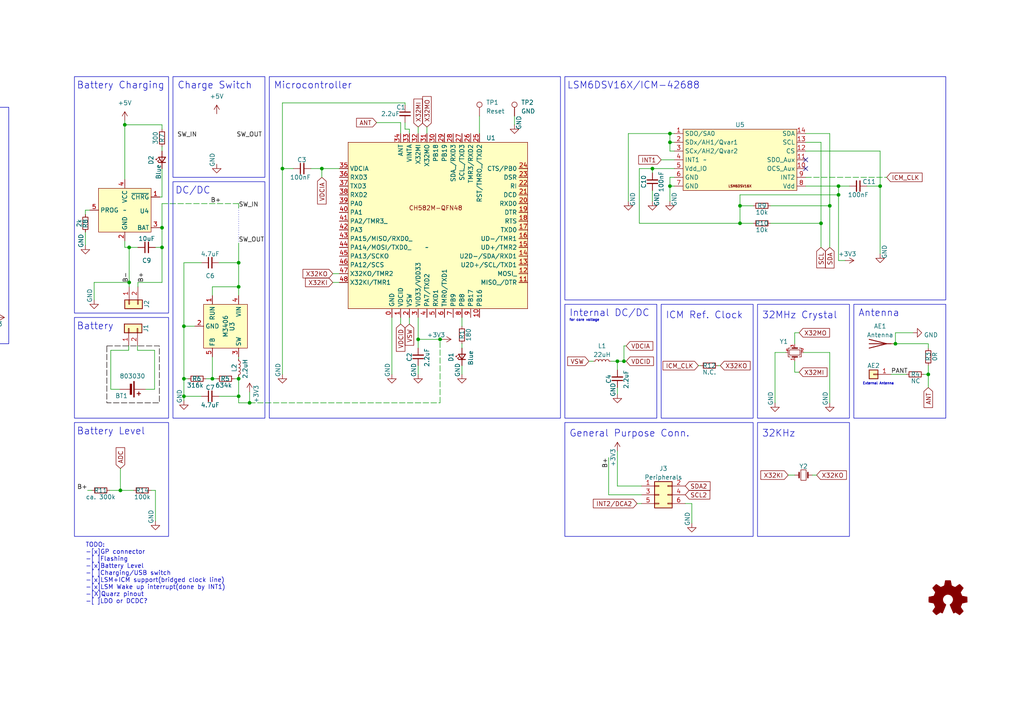
<source format=kicad_sch>
(kicad_sch (version 20230121) (generator eeschema)
  (paper "A4")
  (title_block (title "CH582 803030 I2C") (date "2023-08-04") (comment 2 "http://www.apache.org/licenses/") (comment 3 "License: Apache 2.0") (comment 4 "Marek Wehning 2023"))
  (lib_symbols
    (symbol "Connector:TestPoint" (pin_numbers hide) (pin_names (offset 0.762) hide)
      (property "Reference" "TP" (at 0 6.858 0))
      (property "Value" "TestPoint" (at 0 5.08 0))
      (symbol "TestPoint_1_1"
        (pin passive line (at 0 0 90) (length 2.54) (name "1") (number "1"))
      )
    )
    (symbol "Connector_Generic:Conn_01x01" (pin_names (offset 1.016) hide)
      (property "Reference" "J" (at 0 2.54 0))
      (property "Value" "Conn_01x01" (at 0 -2.54 0))
      (symbol "Conn_01x01_1_1"
        (pin passive line (at -5.08 0 0) (length 3.81) (name "Pin_1") (number "1"))
      )
    )
    (symbol "Connector_Generic:Conn_01x02" (pin_names (offset 1.016) hide)
      (property "Reference" "J" (at 0 2.54 0))
      (property "Value" "Conn_01x02" (at 0 -5.08 0))
      (symbol "Conn_01x02_1_1"
        (pin passive line (at -5.08 0 0) (length 3.81) (name "Pin_1") (number "1"))
        (pin passive line (at -5.08 -2.54 0) (length 3.81) (name "Pin_2") (number "2"))
      )
    )
    (symbol "Connector_Generic:Conn_02x03_Odd_Even" (pin_names (offset 1.016) hide)
      (property "Reference" "J" (at 1.27 5.08 0))
      (property "Value" "Conn_02x03_Odd_Even" (at 1.27 -5.08 0))
      (symbol "Conn_02x03_Odd_Even_1_1"
        (pin passive line (at -5.08 2.54 0) (length 3.81) (name "Pin_1") (number "1"))
        (pin passive line (at 7.62 2.54 180) (length 3.81) (name "Pin_2") (number "2"))
        (pin passive line (at -5.08 0 0) (length 3.81) (name "Pin_3") (number "3"))
        (pin passive line (at 7.62 0 180) (length 3.81) (name "Pin_4") (number "4"))
        (pin passive line (at -5.08 -2.54 0) (length 3.81) (name "Pin_5") (number "5"))
        (pin passive line (at 7.62 -2.54 180) (length 3.81) (name "Pin_6") (number "6"))
      )
    )
    (symbol "Custom:CH582M"
      (property "Reference" "U" (at 0 0 0))
      (symbol "CH582M_1_1"
        (text "CH582M-QFN48" (at 0 5.08 0) (effects (font (size 1.27 1.27))))
        (pin passive line (at -12.7 -26.67 90) (length 2.54) (name "GND") (number "0"))
        (pin passive line (at -10.16 -26.67 90) (length 2.54) (name "VDCID") (number "1"))
        (pin passive line (at 12.7 -26.67 90) (length 2.54) (name "PB16") (number "10"))
        (pin passive line (at 26.67 -16.51 180) (length 2.54) (name "MISO_/DTR") (number "11"))
        (pin passive line (at 26.67 -13.97 180) (length 2.54) (name "MOSI_") (number "12"))
        (pin passive line (at 26.67 -11.43 180) (length 2.54) (name "U2D+/SCL/TXD1") (number "13"))
        (pin passive line (at 26.67 -8.89 180) (length 2.54) (name "U2D-/SDA/RXD1") (number "14"))
        (pin passive line (at 26.67 -6.35 180) (length 2.54) (name "UD+/TMR2") (number "15"))
        (pin passive line (at 26.67 -3.81 180) (length 2.54) (name "UD-/TMR1") (number "16"))
        (pin passive line (at 26.67 -1.27 180) (length 2.54) (name "TXD0") (number "17"))
        (pin passive line (at 26.67 1.27 180) (length 2.54) (name "RTS") (number "18"))
        (pin passive line (at 26.67 3.81 180) (length 2.54) (name "DTR") (number "19"))
        (pin passive line (at -7.62 -26.67 90) (length 2.54) (name "VSW") (number "2"))
        (pin passive line (at 26.67 6.35 180) (length 2.54) (name "RXD0") (number "20"))
        (pin passive line (at 26.67 8.89 180) (length 2.54) (name "DCD") (number "21"))
        (pin passive line (at 26.67 11.43 180) (length 2.54) (name "RI") (number "22"))
        (pin passive line (at 26.67 13.97 180) (length 2.54) (name "DSR") (number "23"))
        (pin passive line (at 26.67 16.51 180) (length 2.54) (name "CTS/PB0") (number "24"))
        (pin passive line (at 12.7 26.67 270) (length 2.54) (name "RST/TMRO_/TXD2") (number "25"))
        (pin passive line (at 10.16 26.67 270) (length 2.54) (name "TMR3/RXD2") (number "26"))
        (pin passive line (at 7.62 26.67 270) (length 2.54) (name "SCL_/TXD3") (number "27"))
        (pin passive line (at 5.08 26.67 270) (length 2.54) (name "SDA_/RXD3") (number "28"))
        (pin passive line (at 2.54 26.67 270) (length 2.54) (name "PB19") (number "29"))
        (pin passive line (at -5.08 -26.67 90) (length 2.54) (name "VIO33/VDD33") (number "3"))
        (pin passive line (at 0 26.67 270) (length 2.54) (name "PB18") (number "30"))
        (pin passive line (at -2.54 26.67 270) (length 2.54) (name "X32MO") (number "31"))
        (pin passive line (at -5.08 26.67 270) (length 2.54) (name "X32MI") (number "32"))
        (pin passive line (at -7.62 26.67 270) (length 2.54) (name "VINTA") (number "33"))
        (pin passive line (at -10.16 26.67 270) (length 2.54) (name "ANT") (number "34"))
        (pin passive line (at -27.94 16.51 0) (length 2.54) (name "VDCIA") (number "35"))
        (pin passive line (at -27.94 13.97 0) (length 2.54) (name "RXD3") (number "36"))
        (pin passive line (at -27.94 11.43 0) (length 2.54) (name "TXD3") (number "37"))
        (pin passive line (at -27.94 8.89 0) (length 2.54) (name "RXD2") (number "38"))
        (pin passive line (at -27.94 6.35 0) (length 2.54) (name "PA0") (number "39"))
        (pin passive line (at -2.54 -26.67 90) (length 2.54) (name "PA7/TXD2") (number "4"))
        (pin passive line (at -27.94 3.81 0) (length 2.54) (name "PA1") (number "40"))
        (pin passive line (at -27.94 1.27 0) (length 2.54) (name "PA2/TMR3_") (number "41"))
        (pin passive line (at -27.94 -1.27 0) (length 2.54) (name "PA3") (number "42"))
        (pin passive line (at -27.94 -3.81 0) (length 2.54) (name "PA15/MISO/RXD0_") (number "43"))
        (pin passive line (at -27.94 -6.35 0) (length 2.54) (name "PA14/MOSI/TXD0_") (number "44"))
        (pin passive line (at -27.94 -8.89 0) (length 2.54) (name "PA13/SCKO") (number "45"))
        (pin passive line (at -27.94 -11.43 0) (length 2.54) (name "PA12/SCS") (number "46"))
        (pin passive line (at -27.94 -13.97 0) (length 2.54) (name "X32KO/TMR2") (number "47"))
        (pin passive line (at -27.94 -16.51 0) (length 2.54) (name "X32KI/TMR1") (number "48"))
        (pin passive line (at 0 -26.67 90) (length 2.54) (name "RXD1") (number "5"))
        (pin passive line (at 2.54 -26.67 90) (length 2.54) (name "TMR0/TXD1") (number "6"))
        (pin passive line (at 5.08 -26.67 90) (length 2.54) (name "PB9") (number "7"))
        (pin passive line (at 7.62 -26.67 90) (length 2.54) (name "PB8") (number "8"))
        (pin passive line (at 10.16 -26.67 90) (length 2.54) (name "PB17") (number "9"))
      )
    )
    (symbol "Custom:LSM6DSV16X"
      (property "Reference" "U" (at 0 0 0))
      (symbol "LSM6DSV16X_1_1"
        (text "LSM6DSV16X\n" (at 0 -7.62 0) (effects (font (size 0.7 0.7))))
        (pin passive line (at -19.05 7.62 0) (length 2.54) (name "SDO/SA0") (number "1"))
        (pin passive line (at 19.05 -2.54 180) (length 2.54) (name "OCS_Aux") (number "10"))
        (pin passive line (at 19.05 0 180) (length 2.54) (name "SDO_Aux") (number "11"))
        (pin passive line (at 19.05 2.54 180) (length 2.54) (name "CS") (number "12"))
        (pin passive line (at 19.05 5.08 180) (length 2.54) (name "SCL") (number "13"))
        (pin passive line (at 19.05 7.62 180) (length 2.54) (name "SDA") (number "14"))
        (pin passive line (at -19.05 5.08 0) (length 2.54) (name "SDx/AH1/Qvar1") (number "2"))
        (pin passive line (at -19.05 2.54 0) (length 2.54) (name "SCx/AH2/Qvar2") (number "3"))
        (pin passive line (at -19.05 0 0) (length 2.54) (name "INT1") (number "4"))
        (pin passive line (at -19.05 -2.54 0) (length 2.54) (name "Vdd_IO") (number "5"))
        (pin passive line (at -19.05 -5.08 0) (length 2.54) (name "GND") (number "6"))
        (pin passive line (at -19.05 -7.62 0) (length 2.54) (name "GND") (number "7"))
        (pin passive line (at 19.05 -7.62 180) (length 2.54) (name "Vdd") (number "8"))
        (pin passive line (at 19.05 -5.08 180) (length 2.54) (name "INT2") (number "9"))
      )
    )
    (symbol "Custom:M3406"
      (property "Reference" "U" (at 0 1.27 0))
      (symbol "M3406_1_1"
        (pin input line (at -8.89 -3.81 0) (length 2.54) (name "RUN") (number "1"))
        (pin power_in line (at 0 -8.89 90) (length 2.54) (name "GND") (number "2"))
        (pin passive line (at 8.89 3.81 180) (length 2.54) (name "SW") (number "3"))
        (pin power_in line (at -8.89 3.81 0) (length 2.54) (name "VIN") (number "4"))
        (pin passive line (at 8.89 -3.81 180) (length 2.54) (name "FB") (number "5"))
      )
    )
    (symbol "Custom:PJ4054B"
      (property "Reference" "U" (at 0 0 0))
      (symbol "PJ4054B_1_1"
        (pin output line (at 10.16 3.81 180) (length 2.54) (name "~{CHRG}") (number "1"))
        (pin power_in line (at 0 -8.89 90) (length 2.54) (name "GND") (number "2"))
        (pin power_out line (at 10.16 -5.08 180) (length 2.54) (name "BAT") (number "3"))
        (pin power_in line (at 0 8.89 270) (length 2.54) (name "VCC") (number "4"))
        (pin bidirectional line (at -10.16 0 0) (length 2.54) (name "PROG") (number "5"))
      )
    )
    (symbol "Custom:XC6220B331QR-G"
      (property "Reference" "U" (at 0 8.89 0))
      (property "Value" "XC6220B331QR-G" (at 0 6.35 0))
      (symbol "XC6220B331QR-G_0_0"
        (pin no_connect line (at -2.54 -10.16 90) (length 5.08) hide (name "NC") (number "6"))
        (pin power_out line (at -12.7 2.54 0) (length 5.08) (name "VIN") (number "7"))
        (pin power_out line (at -12.7 2.54 0) (length 5.08) hide (name "VIN") (number "8"))
        (pin passive line (at 0 -10.16 90) (length 5.08) hide (name "Thermal") (number "9"))
      )
      (symbol "XC6220B331QR-G_1_1"
        (pin power_out line (at 12.7 2.54 180) (length 5.08) (name "VOUT") (number "1"))
        (pin power_out line (at 12.7 2.54 180) (length 5.08) hide (name "VOUT") (number "2"))
        (pin no_connect line (at 2.54 -10.16 90) (length 5.08) hide (name "NC") (number "3"))
        (pin power_in line (at 0 -10.16 90) (length 5.08) (name "GND") (number "4"))
        (pin input line (at -12.7 -2.54 0) (length 5.08) (name "CE") (number "5"))
      )
    )
    (symbol "Device:Antenna" (pin_numbers hide) (pin_names (offset 1.016) hide)
      (property "Reference" "AE" (at -1.905 1.905 0))
      (property "Value" "Antenna" (at -1.905 0 0))
      (symbol "Antenna_1_1"
        (pin input line (at 0 -5.08 90) (length 2.54) (name "A") (number "1"))
      )
    )
    (symbol "Device:Battery_Cell" (pin_numbers hide) (pin_names (offset 0) hide)
      (property "Reference" "BT" (at 2.54 2.54 0))
      (property "Value" "Battery_Cell" (at 2.54 0 0))
      (symbol "Battery_Cell_1_1"
        (pin passive line (at 0 5.08 270) (length 2.54) (name "+") (number "1"))
        (pin passive line (at 0 -2.54 90) (length 2.54) (name "-") (number "2"))
      )
    )
    (symbol "Device:C_Small" (pin_numbers hide) (pin_names (offset 0.254) hide)
      (property "Reference" "C" (at 0.254 1.778 0))
      (property "Value" "C_Small" (at 0.254 -2.032 0))
      (symbol "C_Small_1_1"
        (pin passive line (at 0 2.54 270) (length 2.032) (name "~") (number "1"))
        (pin passive line (at 0 -2.54 90) (length 2.032) (name "~") (number "2"))
      )
    )
    (symbol "Device:Crystal_GND24_Small" (pin_names (offset 1.016) hide)
      (property "Reference" "Y" (at 1.27 4.445 0))
      (property "Value" "Crystal_GND24_Small" (at 1.27 2.54 0))
      (symbol "Crystal_GND24_Small_1_1"
        (pin passive line (at -2.54 0 0) (length 1.27) (name "1") (number "1"))
        (pin passive line (at 0 -2.54 90) (length 0.635) (name "2") (number "2"))
        (pin passive line (at 2.54 0 180) (length 1.27) (name "3") (number "3"))
        (pin passive line (at 0 2.54 270) (length 0.635) (name "4") (number "4"))
      )
    )
    (symbol "Device:Crystal_Small" (pin_numbers hide) (pin_names (offset 1.016) hide)
      (property "Reference" "Y" (at 0 2.54 0))
      (property "Value" "Crystal_Small" (at 0 -2.54 0))
      (symbol "Crystal_Small_1_1"
        (pin passive line (at -2.54 0 0) (length 1.27) (name "1") (number "1"))
        (pin passive line (at 2.54 0 180) (length 1.27) (name "2") (number "2"))
      )
    )
    (symbol "Device:LED_Small" (pin_numbers hide) (pin_names (offset 0.254) hide)
      (property "Reference" "D" (at -1.27 3.175 0))
      (property "Value" "LED_Small" (at -4.445 -2.54 0))
      (symbol "LED_Small_1_1"
        (pin passive line (at -2.54 0 0) (length 1.778) (name "K") (number "1"))
        (pin passive line (at 2.54 0 180) (length 1.778) (name "A") (number "2"))
      )
    )
    (symbol "Device:L_Small" (pin_numbers hide) (pin_names (offset 0.254) hide)
      (property "Reference" "L" (at 0.762 1.016 0))
      (property "Value" "L_Small" (at 0.762 -1.016 0))
      (symbol "L_Small_1_1"
        (pin passive line (at 0 2.54 270) (length 0.508) (name "~") (number "1"))
        (pin passive line (at 0 -2.54 90) (length 0.508) (name "~") (number "2"))
      )
    )
    (symbol "Device:R" (pin_numbers hide) (pin_names (offset 0))
      (property "Reference" "R" (at 2.032 0 90))
      (property "Value" "R" (at 0 0 90))
      (symbol "R_1_1"
        (pin passive line (at 0 3.81 270) (length 1.27) (name "~") (number "1"))
        (pin passive line (at 0 -3.81 90) (length 1.27) (name "~") (number "2"))
      )
    )
    (symbol "Device:R_Small" (pin_numbers hide) (pin_names (offset 0.254) hide)
      (property "Reference" "R" (at 0.762 0.508 0))
      (property "Value" "R_Small" (at 0.762 -1.016 0))
      (symbol "R_Small_1_1"
        (pin passive line (at 0 2.54 270) (length 0.762) (name "~") (number "1"))
        (pin passive line (at 0 -2.54 90) (length 0.762) (name "~") (number "2"))
      )
    )
    (symbol "Graphic:Logo_Open_Hardware_Small" (in_bom no) (on_board no))
    (symbol "Switch:SW_DIP_x01" (pin_names (offset 0) hide)
      (property "Reference" "SW" (at 0 3.81 0))
      (property "Value" "SW_DIP_x01" (at 0 -3.81 0))
      (symbol "SW_DIP_x01_1_1"
        (pin passive line (at -7.62 0 0) (length 5.08) (name "~") (number "1"))
        (pin passive line (at 7.62 0 180) (length 5.08) (name "~") (number "2"))
      )
    )
    (symbol "power:+3.3V" (power) (pin_names (offset 0))
      (property "Value" "+3.3V" (at 0 3.556 0))
      (symbol "+3.3V_1_1"
        (pin power_in line (at 0 0 90) (length 0) hide (name "+3V3") (number "1"))
      )
    )
    (symbol "power:+3V3" (power) (pin_names (offset 0))
      (property "Value" "+3V3" (at 0 3.556 0))
      (symbol "+3V3_1_1"
        (pin power_in line (at 0 0 90) (length 0) hide (name "+3V3") (number "1"))
      )
    )
    (symbol "power:+5V" (power) (pin_names (offset 0))
      (property "Value" "+5V" (at 0 3.556 0))
      (symbol "+5V_1_1"
        (pin power_in line (at 0 0 90) (length 0) hide (name "+5V") (number "1"))
      )
    )
    (symbol "power:GND" (power) (pin_names (offset 0))
      (property "Value" "GND" (at 0 -3.81 0))
      (symbol "GND_1_1"
        (pin power_in line (at 0 0 270) (length 0) hide (name "GND") (number "1"))
      )
    )
  )
  (junction (at 180.975 104.775))
  (junction (at 46.99 71.755))
  (junction (at 194.31 41.275))
  (junction (at -6.35 92.075))
  (junction (at 69.215 83.185))
  (junction (at 37.465 81.915))
  (junction (at 255.27 53.975))
  (junction (at 72.39 116.84))
  (junction (at -6.35 53.975))
  (junction (at 189.23 48.895))
  (junction (at 93.345 48.895))
  (junction (at 179.07 104.775))
  (junction (at 46.99 66.04))
  (junction (at 69.215 76.2))
  (junction (at 214.63 59.69))
  (junction (at 127.635 98.425))
  (junction (at 34.925 142.24))
  (junction (at 194.31 38.735))
  (junction (at 214.63 64.77))
  (junction (at -19.05 76.2))
  (junction (at 121.285 98.425))
  (junction (at -11.43 53.975))
  (junction (at 269.24 108.585))
  (junction (at 259.715 99.695))
  (junction (at 81.915 48.895))
  (junction (at 243.205 53.975))
  (junction (at 53.34 109.855))
  (junction (at 194.31 53.975))
  (junction (at 238.125 64.77))
  (junction (at 69.215 114.935))
  (junction (at 61.595 109.855))
  (junction (at 69.215 109.855))
  (junction (at 53.34 114.935))
  (junction (at 36.195 36.195))
  (junction (at 243.205 56.515))
  (junction (at 53.34 94.615))
  (junction (at -19.05 92.075))
  (junction (at 37.465 71.755))
  (junction (at 240.665 59.69))
  (no_connect (at 233.68 46.355))
  (no_connect (at 233.68 48.895))
  (wire (pts (xy 61.595 103.505) (xy 61.595 109.855)))
  (wire (pts (xy 32.131 112.903) (xy 32.131 101.6)))
  (wire (pts (xy 127.635 98.425) (xy 128.27 98.425)))
  (wire (pts (xy 61.595 109.855) (xy 62.865 109.855)))
  (wire (pts (xy 31.75 142.24) (xy 34.925 142.24)))
  (wire (pts (xy 121.285 98.425) (xy 121.285 100.965)))
  (wire (pts (xy 214.63 59.69) (xy 214.63 64.77)))
  (wire (pts (xy 200.66 146.05) (xy 200.66 151.765)))
  (wire (pts (xy 90.17 48.895) (xy 93.345 48.895)))
  (wire (pts (xy 180.975 104.775) (xy 181.61 104.775)))
  (wire (pts (xy 36.195 36.195) (xy 46.99 36.195)))
  (wire (pts (xy 93.345 48.895) (xy 93.345 51.435)))
  (wire (pts (xy 198.755 146.05) (xy 200.66 146.05)))
  (wire (pts (xy 243.205 75.565) (xy 245.11 75.565)))
  (wire (pts (xy 208.28 106.045) (xy 208.915 106.045)))
  (wire (pts (xy 36.195 71.755) (xy 37.465 71.755)))
  (wire (pts (xy 243.205 56.515) (xy 243.205 75.565)))
  (wire (pts (xy 233.045 102.235) (xy 240.665 102.235)))
  (wire (pts (xy 42.291 112.903) (xy 44.831 112.903)))
  (wire (pts (xy 149.225 33.655) (xy 149.225 36.195)))
  (wire (pts (xy 96.52 79.375) (xy 98.425 79.375)))
  (wire (pts (xy 121.285 106.045) (xy 121.285 108.585)))
  (wire (pts (xy 46.99 42.545) (xy 46.99 43.815)))
  (wire (pts (xy 44.831 101.6) (xy 39.878 101.6)))
  (wire (pts (xy 53.34 114.935) (xy 53.34 116.205)))
  (wire (pts (xy 58.42 76.2) (xy 53.34 76.2)))
  (wire (pts (xy 27.305 81.915) (xy 27.305 86.995)))
  (wire (pts (xy 195.58 41.275) (xy 194.31 41.275)))
  (wire (pts (xy 179.07 140.97) (xy 186.055 140.97)))
  (wire (pts (xy 259.715 96.52) (xy 264.795 96.52)))
  (wire (pts (xy 36.195 69.85) (xy 36.195 71.755)))
  (wire (pts (xy -19.05 76.2) (xy -19.05 92.075)))
  (wire (pts (xy 53.34 94.615) (xy 53.34 109.855)))
  (wire (pts (xy 69.215 109.855) (xy 69.215 114.935)))
  (wire (pts (xy 44.831 112.903) (xy 44.831 101.6)))
  (wire (pts (xy 123.825 36.83) (xy 123.825 38.735)))
  (wire (pts (xy 61.595 85.725) (xy 61.595 83.185)))
  (wire (pts (xy 259.715 99.695) (xy 269.24 99.695)))
  (wire (pts (xy 61.595 83.185) (xy 69.215 83.185)))
  (wire (pts (xy 180.975 104.775) (xy 180.975 100.33)))
  (wire (pts (xy 230.505 107.95) (xy 231.775 107.95)))
  (wire (pts (xy 224.79 102.235) (xy 224.79 116.84)))
  (wire (pts (xy 238.125 41.275) (xy 238.125 64.77)))
  (wire (pts (xy 121.285 36.83) (xy 121.285 38.735)))
  (wire (pts (xy 230.505 96.52) (xy 231.775 96.52)))
  (wire (pts (xy 69.215 116.84) (xy 72.39 116.84)))
  (wire (pts (xy 46.99 66.04) (xy 46.99 59.055)))
  (wire (pts (xy 195.58 53.975) (xy 194.31 53.975)))
  (wire (pts (xy 267.97 108.585) (xy 269.24 108.585)))
  (wire (pts (xy 133.985 92.075) (xy 133.985 94.615)))
  (wire (pts (xy 133.985 99.695) (xy 133.985 100.965)))
  (wire (pts (xy 63.5 114.935) (xy 69.215 114.935)))
  (wire (pts (xy 189.23 48.895) (xy 189.23 50.165)))
  (wire (pts (xy 195.58 38.735) (xy 194.31 38.735)))
  (wire (pts (xy 53.34 109.855) (xy 53.34 114.935)))
  (wire (pts (xy 69.215 83.185) (xy 69.215 85.725)))
  (wire (pts (xy 240.665 59.69) (xy 240.665 71.755)))
  (wire (pts (xy 37.465 81.915) (xy 37.465 83.185)))
  (wire (pts (xy -6.35 53.975) (xy -6.35 63.5)))
  (wire (pts (xy 45.085 71.755) (xy 46.99 71.755)))
  (wire (pts (xy 37.465 71.755) (xy 37.465 81.915)))
  (wire (pts (xy 186.055 143.51) (xy 176.53 143.51)))
  (wire (pts (xy 179.07 104.775) (xy 179.07 107.315)))
  (wire (pts (xy 46.99 48.895) (xy 46.99 57.15)))
  (wire (pts (xy 195.58 51.435) (xy 194.31 51.435)))
  (wire (pts (xy 81.915 48.895) (xy 81.915 108.585)))
  (wire (pts (xy 37.338 101.6) (xy 37.338 100.33)))
  (wire (pts (xy 46.99 59.055) (xy 69.215 59.055)) (stroke (width 0) (type dash)))
  (wire (pts (xy 34.925 135.89) (xy 34.925 142.24)))
  (wire (pts (xy 121.285 98.425) (xy 127.635 98.425)))
  (wire (pts (xy 34.671 112.903) (xy 32.131 112.903)))
  (wire (pts (xy 233.68 51.435) (xy 257.175 51.435)) (stroke (width 0) (type dash)))
  (wire (pts (xy 179.07 112.395) (xy 179.07 114.3)))
  (wire (pts (xy 223.52 59.69) (xy 240.665 59.69)))
  (wire (pts (xy 45.085 142.24) (xy 45.085 151.13)))
  (wire (pts (xy 259.715 99.695) (xy 259.715 96.52)))
  (wire (pts (xy 26.035 60.96) (xy 24.765 60.96)))
  (wire (pts (xy 194.31 41.275) (xy 194.31 43.815)))
  (wire (pts (xy 185.42 64.77) (xy 214.63 64.77)))
  (wire (pts (xy 116.205 38.735) (xy 116.205 35.56)))
  (wire (pts (xy 233.68 53.975) (xy 243.205 53.975)))
  (wire (pts (xy -11.43 55.245) (xy -11.43 53.975)))
  (wire (pts (xy 233.68 43.815) (xy 255.27 43.815)))
  (wire (pts (xy 194.31 38.735) (xy 194.31 41.275)))
  (wire (pts (xy 39.878 101.6) (xy 39.878 100.33)))
  (wire (pts (xy 53.34 109.855) (xy 54.61 109.855)))
  (wire (pts (xy 46.355 57.15) (xy 46.99 57.15)))
  (wire (pts (xy -11.43 53.975) (xy -6.35 53.975)))
  (wire (pts (xy 185.42 48.895) (xy 185.42 64.77)))
  (wire (pts (xy 177.165 104.775) (xy 179.07 104.775)))
  (wire (pts (xy 96.52 81.915) (xy 98.425 81.915)))
  (wire (pts (xy 43.815 142.24) (xy 45.085 142.24)))
  (wire (pts (xy 139.065 33.655) (xy 139.065 38.735)))
  (wire (pts (xy 53.34 94.615) (xy 56.515 94.615)))
  (wire (pts (xy 235.585 137.795) (xy 236.855 137.795)))
  (wire (pts (xy 69.215 76.2) (xy 69.215 83.185)))
  (wire (pts (xy 255.27 53.975) (xy 255.27 73.66)))
  (wire (pts (xy 59.69 109.855) (xy 61.595 109.855)))
  (wire (pts (xy 69.215 59.055) (xy 69.215 60.325)))
  (wire (pts (xy 36.195 36.195) (xy 36.195 52.07)))
  (wire (pts (xy 40.005 83.185) (xy 40.005 81.915)))
  (wire (pts (xy 109.22 35.56) (xy 116.205 35.56)))
  (wire (pts (xy 133.985 106.045) (xy 133.985 108.585)))
  (wire (pts (xy 214.63 56.515) (xy 243.205 56.515)))
  (wire (pts (xy 46.99 81.915) (xy 46.99 71.755)))
  (wire (pts (xy 243.205 53.975) (xy 243.205 56.515)))
  (wire (pts (xy 117.475 29.845) (xy 117.475 30.48)))
  (wire (pts (xy 233.68 38.735) (xy 240.665 38.735)))
  (wire (pts (xy 40.005 81.915) (xy 46.99 81.915)))
  (wire (pts (xy 121.285 92.075) (xy 121.285 98.425)))
  (wire (pts (xy 214.63 59.69) (xy 218.44 59.69)))
  (wire (pts (xy 184.785 146.05) (xy 186.055 146.05)))
  (polyline (pts (xy 69.215 60.325) (xy 69.215 70.485)) (stroke (width 0) (type dot)))
  (wire (pts (xy 93.345 48.895) (xy 98.425 48.895)))
  (wire (pts (xy 69.215 109.855) (xy 67.945 109.855)))
  (wire (pts (xy 191.77 46.355) (xy 195.58 46.355)))
  (wire (pts (xy 24.765 60.96) (xy 24.765 62.23)))
  (wire (pts (xy 228.6 137.795) (xy 230.505 137.795)))
  (wire (pts (xy 230.505 104.775) (xy 230.505 107.95)))
  (wire (pts (xy -6.35 37.973) (xy -6.35 38.735)))
  (wire (pts (xy 230.505 96.52) (xy 230.505 99.695)))
  (wire (pts (xy 180.975 100.33) (xy 181.61 100.33)))
  (wire (pts (xy 240.665 38.735) (xy 240.665 59.69)))
  (wire (pts (xy 32.131 101.6) (xy 37.338 101.6)))
  (wire (pts (xy 179.07 104.775) (xy 180.975 104.775)))
  (wire (pts (xy 24.765 67.31) (xy 24.765 71.12)))
  (wire (pts (xy 233.68 41.275) (xy 238.125 41.275)))
  (wire (pts (xy 34.925 142.24) (xy 38.735 142.24)))
  (wire (pts (xy 53.34 114.935) (xy 58.42 114.935)))
  (wire (pts (xy 251.46 53.975) (xy 255.27 53.975)))
  (wire (pts (xy -11.43 62.865) (xy -11.43 63.5)))
  (wire (pts (xy 69.215 76.2) (xy 63.5 76.2)))
  (wire (pts (xy 194.31 53.975) (xy 194.31 58.42)))
  (wire (pts (xy 118.745 38.735) (xy 118.745 37.465)))
  (wire (pts (xy 81.915 48.895) (xy 85.09 48.895)))
  (wire (pts (xy 269.24 108.585) (xy 269.24 112.395)))
  (wire (pts (xy -19.05 92.075) (xy -15.875 92.075)))
  (wire (pts (xy 189.23 48.895) (xy 185.42 48.895)))
  (wire (pts (xy 81.915 29.845) (xy 117.475 29.845)))
  (wire (pts (xy 240.665 102.235) (xy 240.665 116.84)))
  (wire (pts (xy 72.39 113.665) (xy 72.39 116.84)))
  (wire (pts (xy 269.24 100.965) (xy 269.24 99.695)))
  (wire (pts (xy 214.63 56.515) (xy 214.63 59.69)))
  (wire (pts (xy 46.99 71.755) (xy 46.99 66.04)))
  (wire (pts (xy 116.205 92.075) (xy 116.205 93.98)))
  (wire (pts (xy 69.215 114.935) (xy 69.215 116.84)))
  (wire (pts (xy 258.445 108.585) (xy 262.89 108.585)))
  (wire (pts (xy -19.05 92.075) (xy -19.05 94.615)))
  (wire (pts (xy -6.35 88.9) (xy -6.35 92.075)))
  (wire (pts (xy 72.39 116.84) (xy 127.635 116.84)) (stroke (width 0) (type dash)))
  (wire (pts (xy 69.215 70.485) (xy 69.215 76.2)))
  (wire (pts (xy 46.99 37.465) (xy 46.99 36.195)))
  (wire (pts (xy 69.215 103.505) (xy 69.215 104.14)))
  (wire (pts (xy 224.79 102.235) (xy 227.965 102.235)))
  (wire (pts (xy 118.745 37.465) (xy 117.475 37.465)))
  (wire (pts (xy 46.355 66.04) (xy 46.99 66.04)))
  (wire (pts (xy 176.53 132.715) (xy 176.53 143.51)))
  (wire (pts (xy 223.52 64.77) (xy 238.125 64.77)))
  (wire (pts (xy -10.795 92.075) (xy -6.35 92.075)))
  (wire (pts (xy 202.565 106.045) (xy 203.2 106.045)))
  (wire (pts (xy 118.745 92.075) (xy 118.745 93.98)))
  (wire (pts (xy 179.07 130.81) (xy 179.07 140.97)))
  (wire (pts (xy 269.24 106.045) (xy 269.24 108.585)))
  (wire (pts (xy 170.815 104.775) (xy 172.085 104.775)))
  (wire (pts (xy 113.665 92.075) (xy 113.665 108.585)))
  (wire (pts (xy 127.635 116.84) (xy 127.635 98.425)) (stroke (width 0) (type dash)))
  (wire (pts (xy 189.23 55.245) (xy 189.23 58.42)))
  (wire (pts (xy 117.475 37.465) (xy 117.475 35.56)))
  (wire (pts (xy -19.05 53.975) (xy -19.05 76.2)))
  (wire (pts (xy 69.215 109.22) (xy 69.215 109.855)))
  (wire (pts (xy 255.27 43.815) (xy 255.27 53.975)))
  (wire (pts (xy 195.58 48.895) (xy 189.23 48.895)))
  (wire (pts (xy -6.35 92.075) (xy -1.27 92.075)))
  (wire (pts (xy 214.63 64.77) (xy 218.44 64.77)))
  (wire (pts (xy 243.205 53.975) (xy 246.38 53.975)))
  (wire (pts (xy 182.245 38.735) (xy 194.31 38.735)))
  (wire (pts (xy 53.34 76.2) (xy 53.34 94.615)))
  (wire (pts (xy 194.31 43.815) (xy 195.58 43.815)))
  (wire (pts (xy 81.915 29.845) (xy 81.915 48.895)))
  (wire (pts (xy 194.31 51.435) (xy 194.31 53.975)))
  (wire (pts (xy 27.305 81.915) (xy 37.465 81.915)))
  (wire (pts (xy 182.245 38.735) (xy 182.245 58.42)))
  (wire (pts (xy -13.97 53.975) (xy -11.43 53.975)))
  (wire (pts (xy 36.195 34.925) (xy 36.195 36.195)))
  (wire (pts (xy 238.125 64.77) (xy 238.125 71.755)))
  (wire (pts (xy 25.4 142.24) (xy 26.67 142.24)))
  (wire (pts (xy 37.465 71.755) (xy 40.005 71.755)))
  (rectangle (start 163.83 122.555) (end 218.44 155.575))
  (rectangle (start 21.59 22.225) (end 48.895 90.805))
  (rectangle (start 50.165 22.225) (end 76.835 51.435))
  (rectangle (start 50.165 52.705) (end 76.835 121.285))
  (rectangle (start 21.59 122.555) (end 48.895 155.575))
  (rectangle (start 163.83 22.225) (end 274.32 86.995))
  (rectangle (start -24.13 31.115) (end 2.54 99.695))
  (rectangle (start 163.83 88.265) (end 190.5 121.285))
  (rectangle (start 219.71 88.265) (end 246.38 121.285))
  (rectangle (start 46.228 100.33) (end 30.988 116.84) (stroke (width 0) (type dash) (color 12 0 0 1)))
  (rectangle (start 78.105 22.225) (end 162.56 121.285))
  (rectangle (start 21.59 92.075) (end 48.895 121.285))
  (rectangle (start 191.77 88.265) (end 218.44 121.285))
  (rectangle (start 247.65 88.265) (end 274.32 121.285))
  (rectangle (start 219.71 122.555) (end 246.38 155.575))
  (text "LDO for 3V3 supply" (at -1.27 85.725 90) (effects (font (size 1.27 1.27)) (justify left bottom)))
  (text "01x03 sliding switch 2.54" (at -2.54 53.34 90) (effects (font (size 0.7 0.7)) (justify left bottom)))
  (text "Charge Switch" (at 51.435 26.035 0) (effects (font (size 2 2)) (justify left bottom)))
  (text "for core voltage" (at 165.1 93.345 0) (effects (font (size 0.7 0.7)) (justify left bottom)))
  (text "DC/DC" (at 50.8 56.515 0) (effects (font (size 2 2)) (justify left bottom)))
  (text "External Antenna" (at 250.19 111.76 0) (effects (font (size 0.7 0.7)) (justify left bottom)))
  (text "TODO:\n-[x]GP connector\n-[ ]Flashing\n-[x]Battery Level\n-[ ]Charging/USB switch\n-[x]LSM+ICM support(bridged clock line)\n-[x]LSM Wake up interrupt(done by INT1)\n-[X]Quarz pinout\n-[ ]LDO or DCDC?" (at 24.765 175.26 0) (effects (font (size 1.27 1.27)) (justify left bottom)))
  (text "32KHz" (at 220.98 127 0) (effects (font (size 2 2)) (justify left bottom)))
  (text "Microcontroller" (at 79.375 26.035 0) (effects (font (size 2 2)) (justify left bottom)))
  (text "Battery Level" (at 22.225 126.365 0) (effects (font (size 2 2)) (justify left bottom)))
  (text "General Purpose Conn." (at 165.1 127 0) (effects (font (size 2 2)) (justify left bottom)))
  (text "32MHz Crystal" (at 220.98 92.71 0) (effects (font (size 2 2)) (justify left bottom)))
  (text "LDO" (at -22.86 34.925 0) (effects (font (size 2 2)) (justify left bottom)))
  (text "ICM Ref. Clock" (at 193.04 92.71 0) (effects (font (size 2 2)) (justify left bottom)))
  (text "Battery\n" (at 22.225 95.885 0) (effects (font (size 2 2)) (justify left bottom)))
  (text "LSM6DSV16X/ICM-42688" (at 164.465 26.035 0) (effects (font (size 2 2)) (justify left bottom)))
  (text "Internal DC/DC" (at 165.1 92.075 0) (effects (font (size 2 2)) (justify left bottom)))
  (text "Battery Charging" (at 22.225 26.035 0) (effects (font (size 2 2)) (justify left bottom)))
  (text "Antenna" (at 248.92 92.075 0) (effects (font (size 2 2)) (justify left bottom)))
  (label "SW_OUT" (at 69.215 70.485 0))
  (label "SW_IN" (at 57.15 40.005 180))
  (label "B+" (at 41.91 81.915 90))
  (label "B-" (at 37.465 81.915 90))
  (label "SW_IN" (at 69.215 60.325 0))
  (label "B+" (at 64.135 59.055 180))
  (label "B+" (at 25.4 142.24 180))
  (label "B+" (at -6.35 38.735 0))
  (label "B+" (at 176.53 132.715 270))
  (label "SW_OUT" (at 68.58 40.005 0))
  (label "PANT" (at 258.445 108.585 0))
  (global_label "SCL" (shape input) (at 238.125 71.755 270) (property "Intersheetrefs" "${INTERSHEET_REFS}" (effects hide)))
  (global_label "X32MI" (shape input) (at 231.775 107.95 0) (property "Intersheetrefs" "${INTERSHEET_REFS}" (effects hide)))
  (global_label "VDCID" (shape input) (at 181.61 104.775 0) (property "Intersheetrefs" "${INTERSHEET_REFS}" (effects hide)))
  (global_label "X32KO" (shape input) (at 236.855 137.795 0) (property "Intersheetrefs" "${INTERSHEET_REFS}" (effects hide)))
  (global_label "INT1" (shape input) (at 191.77 46.355 180) (property "Intersheetrefs" "${INTERSHEET_REFS}" (effects hide)))
  (global_label "VSW" (shape input) (at 118.745 93.98 270) (property "Intersheetrefs" "${INTERSHEET_REFS}" (effects hide)))
  (global_label "X32MI" (shape input) (at 121.285 36.83 90) (property "Intersheetrefs" "${INTERSHEET_REFS}" (effects hide)))
  (global_label "X32KO" (shape input) (at 208.915 106.045 0) (property "Intersheetrefs" "${INTERSHEET_REFS}" (effects hide)))
  (global_label "ICM_CLK" (shape input) (at 257.175 51.435 0) (property "Intersheetrefs" "${INTERSHEET_REFS}" (effects hide)))
  (global_label "VDCIA" (shape input) (at 181.61 100.33 0) (property "Intersheetrefs" "${INTERSHEET_REFS}" (effects hide)))
  (global_label "X32MO" (shape input) (at 123.825 36.83 90) (property "Intersheetrefs" "${INTERSHEET_REFS}" (effects hide)))
  (global_label "VSW" (shape input) (at 170.815 104.775 180) (property "Intersheetrefs" "${INTERSHEET_REFS}" (effects hide)))
  (global_label "X32MO" (shape input) (at 231.775 96.52 0) (property "Intersheetrefs" "${INTERSHEET_REFS}" (effects hide)))
  (global_label "ICM_CLK" (shape input) (at 202.565 106.045 180) (property "Intersheetrefs" "${INTERSHEET_REFS}" (effects hide)))
  (global_label "ANT" (shape input) (at 269.24 112.395 270) (property "Intersheetrefs" "${INTERSHEET_REFS}" (effects hide)))
  (global_label "ADC" (shape input) (at 34.925 135.89 90) (property "Intersheetrefs" "${INTERSHEET_REFS}" (effects hide)))
  (global_label "INT2{slash}DCA2" (shape input) (at 184.785 146.05 180) (property "Intersheetrefs" "${INTERSHEET_REFS}" (effects hide)))
  (global_label "X32KI" (shape input) (at 228.6 137.795 180) (property "Intersheetrefs" "${INTERSHEET_REFS}" (effects hide)))
  (global_label "SCL2" (shape input) (at 198.755 143.51 0) (property "Intersheetrefs" "${INTERSHEET_REFS}" (effects hide)))
  (global_label "X32KO" (shape input) (at 96.52 79.375 180) (property "Intersheetrefs" "${INTERSHEET_REFS}" (effects hide)))
  (global_label "SDA" (shape input) (at 240.665 71.755 270) (property "Intersheetrefs" "${INTERSHEET_REFS}" (effects hide)))
  (global_label "ANT" (shape input) (at 109.22 35.56 180) (property "Intersheetrefs" "${INTERSHEET_REFS}" (effects hide)))
  (global_label "VDCIA" (shape input) (at 93.345 51.435 270) (property "Intersheetrefs" "${INTERSHEET_REFS}" (effects hide)))
  (global_label "X32KI" (shape input) (at 96.52 81.915 180) (property "Intersheetrefs" "${INTERSHEET_REFS}" (effects hide)))
  (global_label "VDCID" (shape input) (at 116.205 93.98 270) (property "Intersheetrefs" "${INTERSHEET_REFS}" (effects hide)))
  (global_label "SDA2" (shape input) (at 198.755 140.97 0) (property "Intersheetrefs" "${INTERSHEET_REFS}" (effects hide)))
  (symbol (lib_id "power:GND") (at 62.865 47.625 0) (unit 1)
    (property "Reference" "#PWR030" (effects hide))
    (property "Value" "GND" (at 61.595 46.355 90))
  )
  (symbol (lib_id "power:GND") (at 224.79 116.84 0) (unit 1)
    (property "Reference" "#PWR01" (effects hide))
    (property "Value" "GND" (at 223.52 115.57 90))
  )
  (symbol (lib_id "Switch:SW_DIP_x01") (at -6.35 46.355 270) (unit 1)
    (property "Reference" "SW2" (at -5.08 42.545 0) (effects (justify left)))
    (property "Value" "POWER" (at -7.62 42.545 0) (effects (justify left)))
    (property "Footprint" "Connector_PinSocket_2.54mm:PinSocket_1x03_P2.54mm_Vertical" (effects hide))
  )
  (symbol (lib_id "power:+3V3") (at 128.27 98.425 270) (unit 1)
    (property "Reference" "#PWR05" (effects hide))
    (property "Value" "+3V3" (at 123.825 97.155 90) (effects (justify left)))
  )
  (symbol (lib_id "Device:Antenna") (at 254.635 99.695 90) (unit 1)
    (property "Reference" "AE1" (at 255.27 94.615 90))
    (property "Value" "Antenna" (at 255.27 97.155 90))
  )
  (symbol (lib_id "power:GND") (at 182.245 58.42 0) (unit 1)
    (property "Reference" "#PWR017" (effects hide))
    (property "Value" "GND" (at 183.515 57.785 90))
  )
  (symbol (lib_id "Connector_Generic:Conn_01x01") (at 253.365 108.585 180) (unit 1)
    (property "Reference" "AE2" (at 253.365 106.045 0))
    (property "Value" "Conn_01x01" (effects hide))
  )
  (symbol (lib_id "Custom:M3406") (at 65.405 94.615 270) (unit 1)
    (property "Reference" "U3" (at 67.31 93.345 0) (effects (justify left)))
    (property "Value" "M3406" (at 65.405 94.615 0))
    (property "Datasheet" "https://datasheet.lcsc.com/lcsc/1811151539_XI-AN-Aerosemi-Tech-M3406-ADJ_C83224.pdf" (effects hide))
  )
  (symbol (lib_id "Custom:LSM6DSV16X") (at 214.63 46.355 0) (unit 1)
    (property "Reference" "U5" (at 214.63 36.195 0))
    (property "Value" "~" (at 204.47 46.355 0))
    (property "Footprint" "Package_LGA:Bosch_LGA-14_3x2.5mm_P0.5mm" (effects hide))
  )
  (symbol (lib_id "Device:R_Small") (at 29.21 142.24 90) (unit 1)
    (property "Reference" "R11" (at 29.21 142.24 90))
    (property "Value" "ca. 300k" (at 29.21 144.145 90))
    (property "Footprint" "Resistor_SMD:R_0805_2012Metric_Pad1.20x1.40mm_HandSolder" (effects hide))
  )
  (symbol (lib_id "power:GND") (at 81.915 108.585 0) (unit 1)
    (property "Reference" "#PWR04" (effects hide))
    (property "Value" "GND" (at 80.645 107.315 90))
  )
  (symbol (lib_id "power:GND") (at 194.31 58.42 0) (unit 1)
    (property "Reference" "#PWR019" (effects hide))
    (property "Value" "GND" (at 195.58 57.785 90))
  )
  (symbol (lib_id "Device:R_Small") (at 265.43 108.585 270) (unit 1)
    (property "Reference" "R4" (at 264.16 108.585 90) (effects (justify left)))
    (property "Value" "NC" (at 264.16 110.49 90) (effects (justify left)))
  )
  (symbol (lib_id "Device:R_Small") (at 41.275 142.24 90) (unit 1)
    (property "Reference" "R14" (at 41.275 142.24 90))
    (property "Value" "100k" (at 41.275 144.145 90))
    (property "Footprint" "Resistor_SMD:R_0805_2012Metric_Pad1.20x1.40mm_HandSolder" (effects hide))
  )
  (symbol (lib_id "power:GND") (at 149.225 36.195 0) (unit 1)
    (property "Reference" "#PWR022" (effects hide))
    (property "Value" "GND" (at 150.495 35.56 90))
  )
  (symbol (lib_id "Device:R_Small") (at 220.98 59.69 90) (unit 1)
    (property "Reference" "R9" (at 220.98 59.69 90))
    (property "Value" "10k" (at 220.98 61.595 90))
    (property "Footprint" "Resistor_SMD:R_0805_2012Metric_Pad1.20x1.40mm_HandSolder" (effects hide))
  )
  (symbol (lib_id "power:GND") (at 240.665 116.84 0) (unit 1)
    (property "Reference" "#PWR06" (effects hide))
    (property "Value" "GND" (at 239.395 115.57 90))
  )
  (symbol (lib_id "Device:C_Small") (at 87.63 48.895 90) (unit 1)
    (property "Reference" "C3" (at 88.9 46.355 90) (effects (justify left)))
    (property "Value" "100nF" (at 90.17 51.435 90) (effects (justify left)))
  )
  (symbol (lib_id "Device:C_Small") (at 117.475 33.02 0) (unit 1)
    (property "Reference" "C1" (at 114.935 31.115 0) (effects (justify left)))
    (property "Value" "2.2uF" (at 110.49 33.02 0) (effects (justify left)))
  )
  (symbol (lib_id "Device:R_Small") (at 205.74 106.045 90) (unit 1)
    (property "Reference" "R12" (at 205.74 106.045 90))
    (property "Value" "N.C." (at 205.74 107.95 90))
    (property "Footprint" "Resistor_SMD:R_0805_2012Metric_Pad1.20x1.40mm_HandSolder" (effects hide))
  )
  (symbol (lib_id "Custom:XC6220B331QR-G") (at -8.89 76.2 270) (unit 1)
    (property "Reference" "U2" (at -6.985 74.295 0) (effects (justify left)))
    (property "Value" "XC6220B331QR-G" (at -8.89 70.485 0) (effects (font (size 0.8 0.8)) (justify left)))
    (property "Footprint" "Package_SO:HTSOP-8-1EP_3.9x4.9mm_P1.27mm_EP2.4x3.2mm" (effects hide))
    (property "Datasheet" "https://www.torexsemi.com/file/xc6220/XC6220.pdf" (effects hide))
  )
  (symbol (lib_id "Device:R_Small") (at 269.24 103.505 0) (unit 1)
    (property "Reference" "R3" (at 269.24 104.775 90) (effects (justify left)))
    (property "Value" "0R" (at 271.145 104.775 90) (effects (justify left)))
  )
  (symbol (lib_id "Device:R_Small") (at 65.405 109.855 90) (unit 1)
    (property "Reference" "R5" (at 66.675 109.855 90) (effects (justify left)))
    (property "Value" "634k" (at 67.31 111.76 90) (effects (justify left)))
  )
  (symbol (lib_id "power:+3.3V") (at -1.27 92.075 270) (unit 1)
    (property "Reference" "#PWR09" (effects hide))
    (property "Value" "+3.3V" (at -1.905 93.98 90))
  )
  (symbol (lib_id "Device:R") (at -11.43 59.055 0) (unit 1)
    (property "Reference" "R2" (at -11.43 60.325 90) (effects (justify left)))
    (property "Value" "10k" (at -8.89 60.325 90) (effects (justify left)))
    (property "Footprint" "Resistor_SMD:R_0805_2012Metric_Pad1.20x1.40mm_HandSolder" (effects hide))
  )
  (symbol (lib_id "Device:R_Small") (at 133.985 97.155 0) (unit 1)
    (property "Reference" "R1" (at 133.985 98.425 90) (effects (justify left)))
    (property "Value" "180" (at 135.89 99.06 90) (effects (justify left)))
  )
  (symbol (lib_id "Device:C_Small") (at -13.335 92.075 90) (unit 1)
    (property "Reference" "C8" (at -13.335 89.535 90))
    (property "Value" "4.7uF" (at -13.335 94.615 90))
    (property "Footprint" "Capacitor_SMD:C_1206_3216Metric_Pad1.33x1.80mm_HandSolder" (effects hide))
  )
  (symbol (lib_id "Device:Battery_Cell") (at 37.211 112.903 270) (unit 1)
    (property "Reference" "BT1" (at 33.401 114.808 90) (effects (justify left)))
    (property "Value" "803030" (at 34.671 109.093 90) (effects (justify left)))
  )
  (symbol (lib_id "power:GND") (at 121.285 108.585 0) (unit 1)
    (property "Reference" "#PWR02" (effects hide))
    (property "Value" "GND" (at 120.015 107.315 90))
  )
  (symbol (lib_id "power:GND") (at 27.305 86.995 0) (unit 1)
    (property "Reference" "#PWR016" (effects hide))
    (property "Value" "GND" (at 26.035 85.725 90))
  )
  (symbol (lib_id "power:GND") (at 53.34 116.205 0) (unit 1)
    (property "Reference" "#PWR011" (effects hide))
    (property "Value" "GND" (at 52.07 114.935 90))
  )
  (symbol (lib_id "Device:R_Small") (at 57.15 109.855 90) (unit 1)
    (property "Reference" "R6" (at 58.42 109.855 90) (effects (justify left)))
    (property "Value" "316k" (at 59.055 111.76 90) (effects (justify left)))
  )
  (symbol (lib_id "Connector:TestPoint") (at 139.065 33.655 0) (unit 1)
    (property "Reference" "TP1" (at 140.97 29.718 0) (effects (justify left)))
    (property "Value" "Reset" (at 140.97 32.258 0) (effects (justify left)))
  )
  (symbol (lib_id "Device:R_Small") (at 220.98 64.77 90) (unit 1)
    (property "Reference" "R10" (at 220.98 64.77 90))
    (property "Value" "10k" (at 220.98 66.675 90))
    (property "Footprint" "Resistor_SMD:R_0805_2012Metric_Pad1.20x1.40mm_HandSolder" (effects hide))
  )
  (symbol (lib_id "Device:C_Small") (at 189.23 52.705 180) (unit 1)
    (property "Reference" "C10" (at 186.69 52.705 90))
    (property "Value" "100nF" (at 191.77 52.705 90))
    (property "Footprint" "Capacitor_SMD:C_0805_2012Metric_Pad1.18x1.45mm_HandSolder" (effects hide))
  )
  (symbol (lib_id "power:GND") (at 45.085 151.13 0) (unit 1)
    (property "Reference" "#PWR026" (effects hide))
    (property "Value" "GND" (at 43.815 149.86 90))
  )
  (symbol (lib_id "Device:R_Small") (at 46.99 40.005 180) (unit 1)
    (property "Reference" "R7" (at 46.99 38.735 90) (effects (justify left)))
    (property "Value" "300" (at 45.085 38.1 90) (effects (justify left)))
  )
  (symbol (lib_id "power:GND") (at 113.665 108.585 0) (unit 1)
    (property "Reference" "#PWR03" (effects hide))
    (property "Value" "GND" (at 112.395 107.315 90))
  )
  (symbol (lib_id "power:+5V") (at 62.865 33.02 0) (unit 1)
    (property "Reference" "#PWR029" (effects hide))
    (property "Value" "+5V" (at 62.865 27.94 0))
  )
  (symbol (lib_id "Device:LED_Small") (at 46.99 46.355 90) (unit 1)
    (property "Reference" "D2" (at 43.815 45.085 0) (effects (justify right)))
    (property "Value" "Blue" (at 45.974 47.625 0) (effects (justify right)))
  )
  (symbol (lib_id "Device:LED_Small") (at 133.985 103.505 90) (unit 1)
    (property "Reference" "D1" (at 130.81 102.235 0) (effects (justify right)))
    (property "Value" "Blue" (at 136.525 101.6 0) (effects (justify right)))
  )
  (symbol (lib_id "Graphic:Logo_Open_Hardware_Small") (at 274.955 173.99 0) (unit 1) (in_bom no) (on_board no)
    (property "Reference" "#SYM1" (effects hide))
    (property "Value" "Logo_Open_Hardware_Small" (effects hide))
    (property "Sim.Enable" "0" (effects hide))
  )
  (symbol (lib_id "Device:Crystal_Small") (at 233.045 137.795 0) (unit 1)
    (property "Reference" "Y2" (at 233.045 135.255 0))
    (property "Value" "Crystal_Small" (effects hide))
  )
  (symbol (lib_id "power:GND") (at 200.66 151.765 0) (unit 1)
    (property "Reference" "#PWR028" (effects hide))
    (property "Value" "GND" (at 199.39 150.495 90))
  )
  (symbol (lib_id "Device:C_Small") (at 60.96 114.935 90) (unit 1)
    (property "Reference" "C7" (at 60.96 112.395 90))
    (property "Value" "4.7uF" (at 60.96 117.475 90))
    (property "Footprint" "Capacitor_SMD:C_1206_3216Metric_Pad1.33x1.80mm_HandSolder" (effects hide))
  )
  (symbol (lib_id "power:GND") (at 179.07 114.3 0) (unit 1)
    (property "Reference" "#PWR08" (effects hide))
    (property "Value" "GND" (at 177.8 113.03 90))
  )
  (symbol (lib_id "Device:L_Small") (at 174.625 104.775 90) (unit 1)
    (property "Reference" "L1" (at 174.625 100.33 90))
    (property "Value" "22uH" (at 174.625 102.87 90))
  )
  (symbol (lib_id "power:+3.3V") (at 72.39 113.665 0) (unit 1)
    (property "Reference" "#PWR012" (effects hide))
    (property "Value" "+3.3V" (at 74.295 114.3 90))
  )
  (symbol (lib_id "Custom:PJ4054B") (at 36.195 60.96 0) (unit 1)
    (property "Reference" "U4" (at 40.513 61.214 0) (effects (justify left)))
    (property "Value" "~" (at 36.195 60.96 0))
    (property "Datasheet" "https://file.elecfans.com/web1/M00/EE/CF/o4YBAGCcz9yANnJvADtAIYMNSmM130.pdf" (effects hide))
  )
  (symbol (lib_id "power:+5V") (at 36.195 34.925 0) (unit 1)
    (property "Reference" "#PWR014" (effects hide))
    (property "Value" "+5V" (at 36.195 29.845 0))
  )
  (symbol (lib_id "Device:C_Small") (at 60.96 76.2 90) (unit 1)
    (property "Reference" "C6" (at 60.96 80.01 90))
    (property "Value" "4.7uF" (at 60.9663 73.66 90))
    (property "Footprint" "Capacitor_SMD:C_1206_3216Metric_Pad1.33x1.80mm_HandSolder" (effects hide))
  )
  (symbol (lib_id "power:+3V3") (at 179.07 130.81 0) (unit 1)
    (property "Reference" "#PWR027" (effects hide))
    (property "Value" "+3V3" (at 177.8 132.715 90))
  )
  (symbol (lib_id "Device:L_Small") (at 69.215 106.68 0) (unit 1)
    (property "Reference" "L2" (at 67.945 107.95 90) (effects (justify left)))
    (property "Value" "2.2uH" (at 71.12 109.855 90) (effects (justify left)))
  )
  (symbol (lib_id "Device:C_Small") (at 248.92 53.975 270) (unit 1)
    (property "Reference" "C11" (at 252.095 52.705 90))
    (property "Value" "100nF" (at 248.92 56.515 90))
    (property "Footprint" "Capacitor_SMD:C_0805_2012Metric_Pad1.18x1.45mm_HandSolder" (effects hide))
  )
  (symbol (lib_id "power:GND") (at 255.27 73.66 0) (unit 1)
    (property "Reference" "#PWR020" (effects hide))
    (property "Value" "GND" (at 256.54 73.025 90))
  )
  (symbol (lib_id "Connector_Generic:Conn_02x03_Odd_Even") (at 191.135 143.51 0) (unit 1)
    (property "Reference" "J3" (at 192.405 135.89 0))
    (property "Value" "Peripherals" (at 192.405 138.43 0))
  )
  (symbol (lib_id "Device:C_Small") (at 179.07 109.855 180) (unit 1)
    (property "Reference" "C4" (at 176.53 108.585 90) (effects (justify left)))
    (property "Value" "2.2uF" (at 181.61 107.315 90) (effects (justify left)))
  )
  (symbol (lib_id "Custom:CH582M") (at 126.365 65.405 0) (unit 1)
    (property "Reference" "U1" (at 141.0209 40.005 0) (effects (justify left)))
    (property "Value" "~" (at 123.825 71.755 0))
    (property "Datasheet" "https://www.wch-ic.com/downloads/file/329.html?time=2022-04-27" (effects hide))
  )
  (symbol (lib_id "power:GND") (at 264.795 96.52 90) (unit 1)
    (property "Reference" "#PWR013" (effects hide))
    (property "Value" "GND" (at 267.97 97.155 90) (effects (justify right)))
  )
  (symbol (lib_id "Connector_Generic:Conn_01x02") (at 37.338 95.25 90) (unit 1)
    (property "Reference" "J1" (at 42.291 96.393 0) (effects (justify left)))
    (property "Value" "Conn_01x02" (effects hide))
  )
  (symbol (lib_id "Device:C_Small") (at 121.285 103.505 180) (unit 1)
    (property "Reference" "C2" (at 118.745 102.235 90) (effects (justify left)))
    (property "Value" "2.2uF" (at 123.825 100.965 90) (effects (justify left)))
  )
  (symbol (lib_id "Device:R_Small") (at 24.765 64.77 180) (unit 1)
    (property "Reference" "R8" (at 24.765 63.5 90) (effects (justify left)))
    (property "Value" "2k" (at 22.987 63.5 90) (effects (justify left)))
  )
  (symbol (lib_id "power:GND") (at 24.765 71.12 0) (unit 1)
    (property "Reference" "#PWR015" (effects hide))
    (property "Value" "GND" (at 23.495 69.85 90))
  )
  (symbol (lib_id "power:GND") (at -19.05 94.615 0) (unit 1)
    (property "Reference" "#PWR010" (effects hide))
    (property "Value" "GND" (at -20.32 93.345 90))
  )
  (symbol (lib_id "Device:C_Small") (at 42.545 71.755 90) (unit 1)
    (property "Reference" "C9" (at 42.545 75.565 90))
    (property "Value" "10uF" (at 42.5513 69.215 90))
    (property "Footprint" "Capacitor_SMD:C_1206_3216Metric_Pad1.33x1.80mm_HandSolder" (effects hide))
  )
  (symbol (lib_id "Connector:TestPoint") (at 149.225 33.655 0) (unit 1)
    (property "Reference" "TP2" (at 151.13 29.718 0) (effects (justify left)))
    (property "Value" "GND" (at 151.13 32.258 0) (effects (justify left)))
  )
  (symbol (lib_id "Connector_Generic:Conn_01x02") (at 37.465 88.265 90) (mirror x) (unit 1)
    (property "Reference" "J2" (at 42.545 86.995 0) (effects (justify left)))
    (property "Value" "Conn_01x02" (effects hide))
  )
  (symbol (lib_id "Device:Crystal_GND24_Small") (at 230.505 102.235 90) (unit 1)
    (property "Reference" "Y1" (at 227.33 99.06 90))
    (property "Value" "32MHz" (effects hide))
  )
  (symbol (lib_id "power:GND") (at 189.23 58.42 0) (unit 1)
    (property "Reference" "#PWR018" (effects hide))
    (property "Value" "GND" (at 190.5 57.785 90))
  )
  (symbol (lib_id "power:GND") (at 133.985 108.585 0) (unit 1)
    (property "Reference" "#PWR07" (effects hide))
    (property "Value" "GND" (at 132.715 107.315 90))
  )
  (symbol (lib_id "Device:C_Small") (at -16.51 53.975 90) (unit 1)
    (property "Reference" "C5" (at -16.51 57.785 90))
    (property "Value" "100nF" (at -16.5037 51.435 90))
    (property "Footprint" "Capacitor_SMD:C_1206_3216Metric_Pad1.33x1.80mm_HandSolder" (effects hide))
  )
  (symbol (lib_id "power:+3V3") (at 245.11 75.565 270) (unit 1)
    (property "Reference" "#PWR021" (effects hide))
    (property "Value" "+3V3" (at 245.745 73.66 90))
  )
)
</source>
